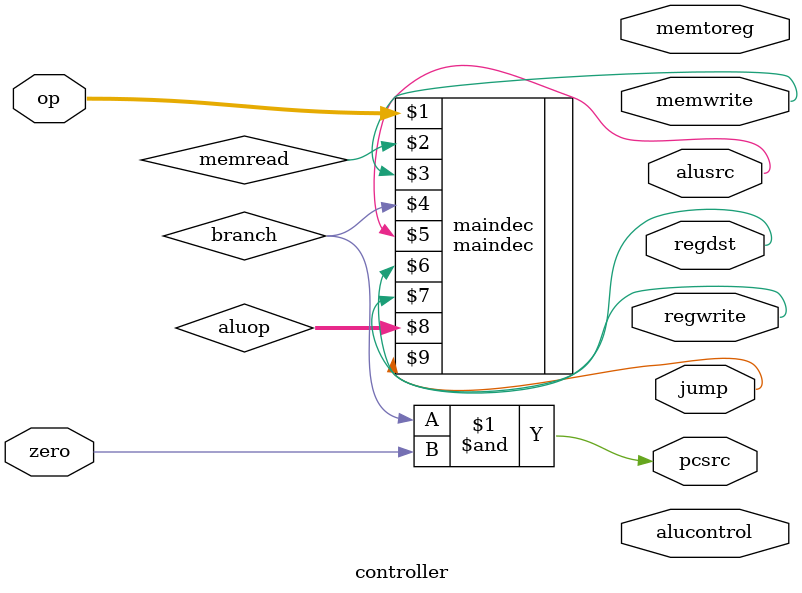
<source format=sv>
`ifndef CONTROLLER
`define CONTROLLER

module controller(
  input  logic [2:0] op,    // opcode in 4 bits
  input  logic       zero,
  output logic       memtoreg, memwrite,
  output logic       pcsrc, alusrc,
  output logic       regdst, regwrite,
  output logic       jump,
  output logic [2:0] alucontrol
);

  logic [1:0] aluop;
  logic       branch;

  //add main decoder

  maindec maindec(op,memread, memwrite,branch, alusrc,regdst, regwrite,aluop, jump);

  assign pcsrc = branch & zero;
endmodule

`endif // CONTROLLER
</source>
